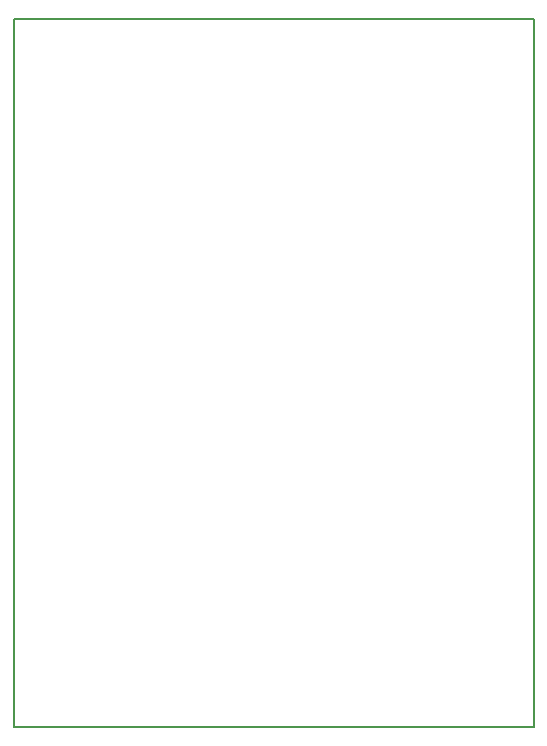
<source format=gbr>
G04 #@! TF.FileFunction,Profile,NP*
%FSLAX46Y46*%
G04 Gerber Fmt 4.6, Leading zero omitted, Abs format (unit mm)*
G04 Created by KiCad (PCBNEW 4.0.7) date 01/19/19 15:04:45*
%MOMM*%
%LPD*%
G01*
G04 APERTURE LIST*
%ADD10C,0.100000*%
%ADD11C,0.150000*%
G04 APERTURE END LIST*
D10*
D11*
X127000000Y-50000000D02*
X127000000Y-110000000D01*
X127000000Y-50000000D02*
X171000000Y-50000000D01*
X171000000Y-50000000D02*
X171000000Y-110000000D01*
X127000000Y-110000000D02*
X171000000Y-110000000D01*
M02*

</source>
